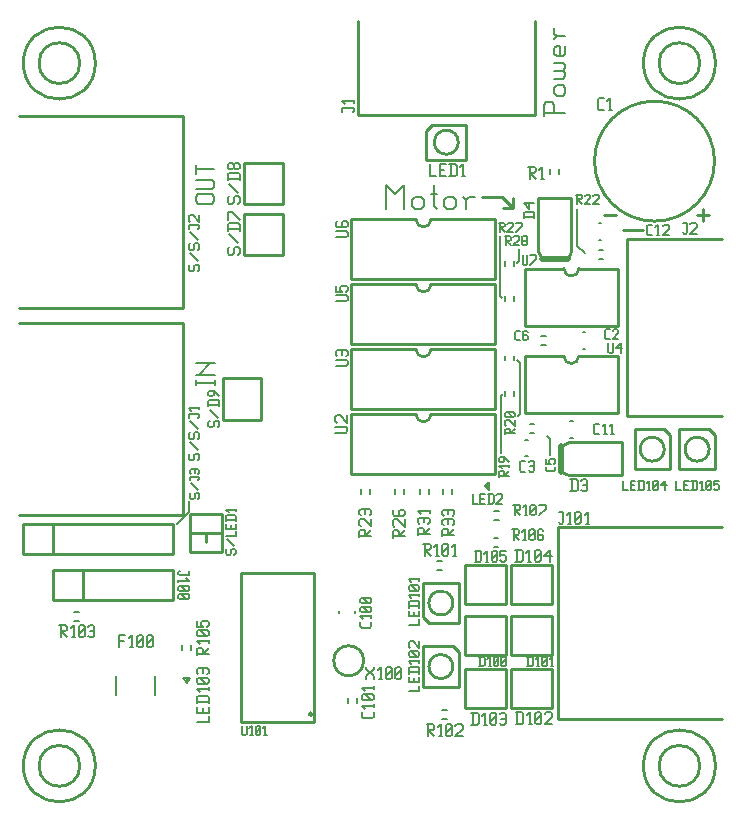
<source format=gbr>
G04 start of page 9 for group -4079 idx -4079 *
G04 Title: (unknown), topsilk *
G04 Creator: pcb 20110918 *
G04 CreationDate: Wed 12 Sep 2012 14:20:39 GMT UTC *
G04 For: rob *
G04 Format: Gerber/RS-274X *
G04 PCB-Dimensions: 236220 263780 *
G04 PCB-Coordinate-Origin: lower left *
%MOIN*%
%FSLAX25Y25*%
%LNTOPSILK*%
%ADD115C,0.0200*%
%ADD114C,0.0080*%
%ADD113C,0.0082*%
%ADD112C,0.0100*%
%ADD111C,0.0079*%
G54D111*X187401Y188192D02*X189961Y185632D01*
X187401Y200396D02*Y188192D01*
X178150Y123820D02*X177362Y124607D01*
G54D112*X209252Y193506D02*X202559D01*
G54D111*X161811Y171262D02*X162205Y170868D01*
X167913Y183072D02*X167323Y182482D01*
X161811Y191340D02*Y171262D01*
X167913Y187207D02*Y183072D01*
G54D112*X155624Y204392D02*X162288D01*
X166012Y200668D01*
Y204196D01*
Y200668D02*X162484D01*
G54D111*X57874Y102955D02*Y99412D01*
X167520Y131301D02*X168307Y132088D01*
Y149018D01*
X167323Y150002D01*
X162008Y118898D02*Y137994D01*
X162598Y138584D01*
X178150Y118309D02*Y123822D01*
X57874Y99412D02*X53937Y95475D01*
X60972Y202167D02*X65592D01*
X60972D02*X60202Y202937D01*
Y204477D02*Y202937D01*
Y204477D02*X60972Y205247D01*
X65592D01*
X66362Y204477D02*X65592Y205247D01*
X66362Y204477D02*Y202937D01*
X65592Y202167D02*X66362Y202937D01*
X60202Y207095D02*X65592D01*
X66362Y207865D01*
Y209405D02*Y207865D01*
Y209405D02*X65592Y210175D01*
X60202D02*X65592D01*
X60202Y215103D02*Y212023D01*
Y213563D02*X66362D01*
X60399Y143275D02*Y141735D01*
Y142505D02*X66559D01*
Y143275D02*Y141735D01*
X60399Y145123D02*X66559D01*
X60399D02*X61169D01*
X65019Y148973D01*
X60399D02*X66559D01*
X176230Y232335D02*X183390D01*
X176230Y235020D02*Y231440D01*
Y235020D02*X177125Y235915D01*
X178915D01*
X179810Y235020D02*X178915Y235915D01*
X179810Y235020D02*Y232335D01*
X180705Y238063D02*X182495D01*
X180705D02*X179810Y238958D01*
Y240748D02*Y238958D01*
Y240748D02*X180705Y241643D01*
X182495D01*
X183390Y240748D02*X182495Y241643D01*
X183390Y240748D02*Y238958D01*
X182495Y238063D02*X183390Y238958D01*
X179810Y243791D02*X182495D01*
X183390Y244686D01*
Y245581D02*Y244686D01*
Y245581D02*X182495Y246476D01*
X179810D02*X182495D01*
X183390Y247371D01*
Y248266D02*Y247371D01*
Y248266D02*X182495Y249161D01*
X179810D02*X182495D01*
X183390Y254889D02*Y252204D01*
X182495Y251309D02*X183390Y252204D01*
X180705Y251309D02*X182495D01*
X180705D02*X179810Y252204D01*
Y253994D02*Y252204D01*
Y253994D02*X180705Y254889D01*
X181600D02*Y251309D01*
X180705Y254889D02*X181600D01*
X180705Y257932D02*X183390D01*
X180705D02*X179810Y258827D01*
Y260617D02*Y258827D01*
Y257037D02*X180705Y257932D01*
G54D113*X123676Y208428D02*Y200268D01*
Y208428D02*X126736Y205368D01*
X129796Y208428D01*
Y200268D01*
X132244Y203328D02*Y201288D01*
Y203328D02*X133264Y204348D01*
X135304D01*
X136324Y203328D01*
Y201288D01*
X135304Y200268D02*X136324Y201288D01*
X133264Y200268D02*X135304D01*
X132244Y201288D02*X133264Y200268D01*
X139792Y208428D02*Y201288D01*
X140812Y200268D01*
X138772Y205368D02*X140812D01*
X142852Y203328D02*Y201288D01*
Y203328D02*X143872Y204348D01*
X145912D01*
X146932Y203328D01*
Y201288D01*
X145912Y200268D02*X146932Y201288D01*
X143872Y200268D02*X145912D01*
X142852Y201288D02*X143872Y200268D01*
X150400Y203328D02*Y200268D01*
Y203328D02*X151420Y204348D01*
X153460D01*
X149380D02*X150400Y203328D01*
G54D114*X185040Y129725D02*X185826D01*
X185040Y124215D02*X185826D01*
G54D115*X182025Y121428D02*Y112828D01*
G54D112*X184625Y111628D01*
X202225D01*
Y122628D01*
X184625D01*
X182025Y121428D01*
X112137Y153624D02*Y133624D01*
X160137D01*
Y153624D01*
X112137D02*X133637D01*
X160137D02*X138637D01*
X133637D02*G75*G03X138637Y153624I2500J0D01*G01*
X112137Y175277D02*Y155277D01*
X160137D01*
Y175277D01*
X112137D02*X133637D01*
X160137D02*X138637D01*
X133637D02*G75*G03X138637Y175277I2500J0D01*G01*
X160137Y131970D02*X138637D01*
X112137D02*X133637D01*
X160137Y111970D02*Y131970D01*
X112137Y111970D02*X160137D01*
X112137Y131970D02*Y111970D01*
X133637Y131970D02*G75*G03X138637Y131970I2500J0D01*G01*
G54D111*X115224Y106926D02*Y105352D01*
X118240Y106926D02*Y105352D01*
X126642Y106926D02*Y105352D01*
X129658Y106926D02*Y105352D01*
X134909Y106927D02*Y105353D01*
X137925Y106927D02*Y105353D01*
X142783Y106926D02*Y105352D01*
X145799Y106926D02*Y105352D01*
X156532Y108072D02*X158106D01*
X156532D02*X158106Y109253D01*
X156532Y108072D02*X158106Y106891D01*
Y109253D02*Y106891D01*
G54D114*X194489Y195670D02*X195275D01*
X194489Y190160D02*X195275D01*
G54D115*X175621Y183799D02*X184221D01*
G54D112*X185421Y186399D01*
Y203999D02*Y186399D01*
X174421Y203999D02*X185421D01*
X174421D02*Y186399D01*
X175621Y183799D01*
G54D111*X163453Y171226D02*Y169652D01*
X166469Y171226D02*Y169652D01*
X163453Y183037D02*Y181463D01*
X166469Y183037D02*Y181463D01*
X163453Y139729D02*Y138155D01*
X166469Y139729D02*Y138155D01*
X163453Y151541D02*Y149967D01*
X166469Y151541D02*Y149967D01*
X171493Y128871D02*X173067D01*
X171493Y125855D02*X173067D01*
G54D114*X170080Y117915D02*X170866D01*
X170080Y123425D02*X170866D01*
X189174Y159252D02*X189960D01*
X189174Y153742D02*X189960D01*
G54D112*X221462Y127013D02*X231262D01*
X221462D02*Y113633D01*
X233262D01*
Y125013D02*Y113633D01*
X231262Y127013D02*X233262Y125013D01*
X227362Y124323D02*G75*G03X227362Y124323I0J-4000D01*G01*
X204131Y190512D02*X235627D01*
X204131Y131456D02*X235627D01*
X204131Y190512D02*Y131456D01*
X206501Y127013D02*X216301D01*
X206501D02*Y113633D01*
X218301D01*
Y125013D02*Y113633D01*
X216301Y127013D02*X218301Y125013D01*
X212401Y124323D02*G75*G03X212401Y124323I0J-4000D01*G01*
G54D111*X194524Y186746D02*X196098D01*
X194524Y183730D02*X196098D01*
G54D112*X196150Y198340D02*X200150D01*
X229150Y200340D02*Y196340D01*
X227150Y198340D02*X231150D01*
X233150Y216340D02*G75*G03X233150Y216340I-20000J0D01*G01*
X214657Y249016D02*G75*G03X214657Y249016I6800J0D01*G01*
X209457Y249016D02*G75*G03X209457Y249016I12000J0D01*G01*
X169919Y151411D02*Y132411D01*
X200919D01*
Y151411D01*
X169919D02*X182919D01*
X200919D02*X187919D01*
X182919D02*G75*G03X187919Y151411I2500J0D01*G01*
X169919Y180545D02*Y161545D01*
X200919D01*
Y180545D01*
X169919D02*X182919D01*
X200919D02*X187919D01*
X182919D02*G75*G03X187919Y180545I2500J0D01*G01*
G54D111*X175430Y154990D02*X177004D01*
X175430Y158006D02*X177004D01*
X178415Y213618D02*Y212044D01*
X181431Y213618D02*Y212044D01*
X46515Y44675D02*Y38249D01*
X33799Y44675D02*Y38249D01*
X57283Y44060D02*Y42486D01*
X56102Y44060D01*
X57283Y42486D02*X58464Y44060D01*
X56102D02*X58464D01*
X58791Y54958D02*Y53384D01*
X55775Y54958D02*Y53384D01*
G54D112*X12717Y80002D02*X22717D01*
Y70002D01*
X12717Y80002D02*Y70002D01*
Y80002D02*X52717D01*
Y70002D01*
X12717D02*X52717D01*
G54D111*X19721Y63060D02*X21295D01*
X19721Y66076D02*X21295D01*
G54D112*X63780Y92328D02*Y89328D01*
X58480Y92328D02*X69080D01*
Y98628D02*Y86028D01*
X58480D02*X69080D01*
X58480Y98628D02*Y86028D01*
Y98628D02*X69080D01*
X2797Y95356D02*X12797D01*
Y85356D01*
X2797Y95356D02*Y85356D01*
Y95356D02*X52797D01*
Y85356D01*
X2797D02*X52797D01*
X7964Y14764D02*G75*G03X7964Y14764I6800J0D01*G01*
X2764D02*G75*G03X2764Y14764I12000J0D01*G01*
X180865Y94227D02*X235640D01*
X180865D02*Y30227D01*
X235640D01*
X214657Y14764D02*G75*G03X214657Y14764I6800J0D01*G01*
X209457D02*G75*G03X209457Y14764I12000J0D01*G01*
X138029Y62361D02*X147829D01*
Y75741D02*Y62361D01*
X136029Y75741D02*X147829D01*
X136029D02*Y64361D01*
X138029Y62361D02*X136029Y64361D01*
X141929Y65051D02*G75*G03X141929Y65051I0J4000D01*G01*
X136029Y54572D02*X145829D01*
X136029D02*Y41192D01*
X147829D01*
Y52572D02*Y41192D01*
X145829Y54572D02*X147829Y52572D01*
X141929Y51882D02*G75*G03X141929Y51882I0J-4000D01*G01*
X149827Y81562D02*Y68762D01*
Y81562D02*X163727D01*
Y68762D01*
X149827D02*X163727D01*
G54D111*X159485Y90880D02*X161059D01*
X159485Y87864D02*X161059D01*
X159682Y99739D02*X161256D01*
X159682Y96723D02*X161256D01*
G54D112*X179110Y46990D02*Y34190D01*
X165210D02*X179110D01*
X165210Y46990D02*Y34190D01*
Y46990D02*X179110D01*
Y81562D02*Y68762D01*
X165210D02*X179110D01*
X165210Y81562D02*Y68762D01*
Y81562D02*X179110D01*
X149827Y46990D02*Y34190D01*
Y46990D02*X163727D01*
Y34190D01*
X149827D02*X163727D01*
X149827Y64633D02*Y51833D01*
Y64633D02*X163727D01*
Y51833D01*
X149827D02*X163727D01*
X179110Y64633D02*Y51833D01*
X165210D02*X179110D01*
X165210Y64633D02*Y51833D01*
Y64633D02*X179110D01*
X75393Y29531D02*X99803D01*
Y79137D02*Y29531D01*
X75393Y79137D02*X99803D01*
X75393D02*Y29531D01*
X99192Y32011D02*G75*G03X99192Y32011I-610J0D01*G01*
G54D114*X113385Y65751D02*Y66537D01*
X107875Y65751D02*Y66537D01*
G54D111*X140784Y83203D02*X142358D01*
X140784Y80187D02*X142358D01*
G54D112*X106219Y49805D02*G75*G03X106219Y49805I5000J0D01*G01*
G54D111*X110894Y37242D02*Y35668D01*
X113910Y37242D02*Y35668D01*
X142359Y33400D02*X143933D01*
X142359Y30384D02*X143933D01*
G54D112*X137056Y226538D02*Y216738D01*
X150436D01*
Y228538D02*Y216738D01*
X139056Y228538D02*X150436D01*
X137056Y226538D02*X139056Y228538D01*
X139746Y222638D02*G75*G03X139746Y222638I4000J0D01*G01*
X112137Y196931D02*Y176931D01*
X160137D01*
Y196931D01*
X112137D02*X133637D01*
X160137D02*X138637D01*
X133637D02*G75*G03X138637Y196931I2500J0D01*G01*
X114370Y263189D02*Y231693D01*
X173426Y263189D02*Y231693D01*
X114370D02*X173426D01*
X89274Y215826D02*Y201926D01*
X76474Y215826D02*X89274D01*
X76474D02*Y201926D01*
X89274D01*
X82027Y144044D02*Y130144D01*
X69227Y144044D02*X82027D01*
X69227D02*Y130144D01*
X82027D01*
X1367Y162455D02*X56142D01*
Y98455D02*Y162455D01*
X1367Y98455D02*X56142D01*
X76474Y198865D02*Y184965D01*
X89274D01*
Y198865D01*
X76474D01*
X1367Y231352D02*X56142D01*
Y167352D02*Y231352D01*
X1367Y167352D02*X56142D01*
X7964Y249016D02*G75*G03X7964Y249016I6800J0D01*G01*
X2764Y249016D02*G75*G03X2764Y249016I12000J0D01*G01*
G54D111*X34768Y58254D02*Y54254D01*
Y58254D02*X36768D01*
X34768Y56254D02*X36268D01*
X38468Y54254D02*X39468D01*
X38968Y58254D02*Y54254D01*
X37968Y57254D02*X38968Y58254D01*
X40668Y54754D02*X41168Y54254D01*
X40668Y57754D02*Y54754D01*
Y57754D02*X41168Y58254D01*
X42168D01*
X42668Y57754D01*
Y54754D01*
X42168Y54254D02*X42668Y54754D01*
X41168Y54254D02*X42168D01*
X40668Y55254D02*X42668Y57254D01*
X43868Y54754D02*X44368Y54254D01*
X43868Y57754D02*Y54754D01*
Y57754D02*X44368Y58254D01*
X45368D01*
X45868Y57754D01*
Y54754D01*
X45368Y54254D02*X45868Y54754D01*
X44368Y54254D02*X45368D01*
X43868Y55254D02*X45868Y57254D01*
X154942Y51089D02*Y47969D01*
X156112Y51089D02*X156502Y50699D01*
Y48359D01*
X156112Y47969D02*X156502Y48359D01*
X154552Y47969D02*X156112D01*
X154552Y51089D02*X156112D01*
X157828Y47969D02*X158608D01*
X158218Y51089D02*Y47969D01*
X157438Y50309D02*X158218Y51089D01*
X159544Y48359D02*X159934Y47969D01*
X159544Y50699D02*Y48359D01*
Y50699D02*X159934Y51089D01*
X160714D01*
X161104Y50699D01*
Y48359D01*
X160714Y47969D02*X161104Y48359D01*
X159934Y47969D02*X160714D01*
X159544Y48749D02*X161104Y50309D01*
X162040Y48359D02*X162430Y47969D01*
X162040Y50699D02*Y48359D01*
Y50699D02*X162430Y51089D01*
X163210D01*
X163600Y50699D01*
Y48359D01*
X163210Y47969D02*X163600Y48359D01*
X162430Y47969D02*X163210D01*
X162040Y48749D02*X163600Y50309D01*
X171083Y51162D02*Y48042D01*
X172253Y51162D02*X172643Y50772D01*
Y48432D01*
X172253Y48042D02*X172643Y48432D01*
X170693Y48042D02*X172253D01*
X170693Y51162D02*X172253D01*
X173969Y48042D02*X174749D01*
X174359Y51162D02*Y48042D01*
X173579Y50382D02*X174359Y51162D01*
X175685Y48432D02*X176075Y48042D01*
X175685Y50772D02*Y48432D01*
Y50772D02*X176075Y51162D01*
X176855D01*
X177245Y50772D01*
Y48432D01*
X176855Y48042D02*X177245Y48432D01*
X176075Y48042D02*X176855D01*
X175685Y48822D02*X177245Y50382D01*
X178571Y48042D02*X179351D01*
X178961Y51162D02*Y48042D01*
X178181Y50382D02*X178961Y51162D01*
X118622Y62609D02*Y61274D01*
X118177Y60829D02*X118622Y61274D01*
X115507Y60829D02*X118177D01*
X115507D02*X115062Y61274D01*
Y62609D02*Y61274D01*
X118622Y65012D02*Y64122D01*
X115062Y64567D02*X118622D01*
X115952Y63677D02*X115062Y64567D01*
X118177Y66080D02*X118622Y66525D01*
X115507Y66080D02*X118177D01*
X115507D02*X115062Y66525D01*
Y67415D02*Y66525D01*
Y67415D02*X115507Y67860D01*
X118177D01*
X118622Y67415D02*X118177Y67860D01*
X118622Y67415D02*Y66525D01*
X117732Y66080D02*X115952Y67860D01*
X118177Y68928D02*X118622Y69373D01*
X115507Y68928D02*X118177D01*
X115507D02*X115062Y69373D01*
Y70263D02*Y69373D01*
Y70263D02*X115507Y70708D01*
X118177D01*
X118622Y70263D02*X118177Y70708D01*
X118622Y70263D02*Y69373D01*
X117732Y68928D02*X115952Y70708D01*
X153618Y86412D02*Y82852D01*
X154953Y86412D02*X155398Y85967D01*
Y83297D01*
X154953Y82852D02*X155398Y83297D01*
X153173Y82852D02*X154953D01*
X153173Y86412D02*X154953D01*
X156911Y82852D02*X157801D01*
X157356Y86412D02*Y82852D01*
X156466Y85522D02*X157356Y86412D01*
X158869Y83297D02*X159314Y82852D01*
X158869Y85967D02*Y83297D01*
Y85967D02*X159314Y86412D01*
X160204D01*
X160649Y85967D01*
Y83297D01*
X160204Y82852D02*X160649Y83297D01*
X159314Y82852D02*X160204D01*
X158869Y83742D02*X160649Y85522D01*
X161717Y86412D02*X163497D01*
X161717D02*Y84632D01*
X162162Y85077D01*
X163052D01*
X163497Y84632D01*
Y83297D01*
X163052Y82852D02*X163497Y83297D01*
X162162Y82852D02*X163052D01*
X161717Y83297D02*X162162Y82852D01*
X220470Y109858D02*Y106738D01*
X222030D01*
X222966Y108298D02*X224136D01*
X222966Y106738D02*X224526D01*
X222966Y109858D02*Y106738D01*
Y109858D02*X224526D01*
X225852D02*Y106738D01*
X227022Y109858D02*X227412Y109468D01*
Y107128D01*
X227022Y106738D02*X227412Y107128D01*
X225462Y106738D02*X227022D01*
X225462Y109858D02*X227022D01*
X228738Y106738D02*X229518D01*
X229128Y109858D02*Y106738D01*
X228348Y109078D02*X229128Y109858D01*
X230454Y107128D02*X230844Y106738D01*
X230454Y109468D02*Y107128D01*
Y109468D02*X230844Y109858D01*
X231624D01*
X232014Y109468D01*
Y107128D01*
X231624Y106738D02*X232014Y107128D01*
X230844Y106738D02*X231624D01*
X230454Y107518D02*X232014Y109078D01*
X232950Y109858D02*X234510D01*
X232950D02*Y108298D01*
X233340Y108688D01*
X234120D01*
X234510Y108298D01*
Y107128D01*
X234120Y106738D02*X234510Y107128D01*
X233340Y106738D02*X234120D01*
X232950Y107128D02*X233340Y106738D01*
X202753Y109860D02*Y106740D01*
X204313D01*
X205249Y108300D02*X206419D01*
X205249Y106740D02*X206809D01*
X205249Y109860D02*Y106740D01*
Y109860D02*X206809D01*
X208135D02*Y106740D01*
X209305Y109860D02*X209695Y109470D01*
Y107130D01*
X209305Y106740D02*X209695Y107130D01*
X207745Y106740D02*X209305D01*
X207745Y109860D02*X209305D01*
X211021Y106740D02*X211801D01*
X211411Y109860D02*Y106740D01*
X210631Y109080D02*X211411Y109860D01*
X212737Y107130D02*X213127Y106740D01*
X212737Y109470D02*Y107130D01*
Y109470D02*X213127Y109860D01*
X213907D01*
X214297Y109470D01*
Y107130D01*
X213907Y106740D02*X214297Y107130D01*
X213127Y106740D02*X213907D01*
X212737Y107520D02*X214297Y109080D01*
X215233Y108300D02*X216793Y109860D01*
X215233Y108300D02*X217183D01*
X216793Y109860D02*Y106740D01*
X193437Y125276D02*X194772D01*
X192992Y125721D02*X193437Y125276D01*
X192992Y128391D02*Y125721D01*
Y128391D02*X193437Y128836D01*
X194772D01*
X196285Y125276D02*X197175D01*
X196730Y128836D02*Y125276D01*
X195840Y127946D02*X196730Y128836D01*
X198688Y125276D02*X199578D01*
X199133Y128836D02*Y125276D01*
X198243Y127946D02*X199133Y128836D01*
X185539Y110329D02*Y106329D01*
X187039Y110329D02*X187539Y109829D01*
Y106829D01*
X187039Y106329D02*X187539Y106829D01*
X185039Y106329D02*X187039D01*
X185039Y110329D02*X187039D01*
X188739Y109829D02*X189239Y110329D01*
X190239D01*
X190739Y109829D01*
Y106829D01*
X190239Y106329D02*X190739Y106829D01*
X189239Y106329D02*X190239D01*
X188739Y106829D02*X189239Y106329D01*
Y108329D02*X190739D01*
X181222Y99553D02*X182722D01*
Y96053D01*
X182222Y95553D02*X182722Y96053D01*
X181722Y95553D02*X182222D01*
X181222Y96053D02*X181722Y95553D01*
X184422D02*X185422D01*
X184922Y99553D02*Y95553D01*
X183922Y98553D02*X184922Y99553D01*
X186622Y96053D02*X187122Y95553D01*
X186622Y99053D02*Y96053D01*
Y99053D02*X187122Y99553D01*
X188122D01*
X188622Y99053D01*
Y96053D01*
X188122Y95553D02*X188622Y96053D01*
X187122Y95553D02*X188122D01*
X186622Y96553D02*X188622Y98553D01*
X190322Y95553D02*X191322D01*
X190822Y99553D02*Y95553D01*
X189822Y98553D02*X190822Y99553D01*
X161409Y112620D02*Y111060D01*
Y112620D02*X161799Y113010D01*
X162579D01*
X162969Y112620D02*X162579Y113010D01*
X162969Y112620D02*Y111450D01*
X161409D02*X164529D01*
X162969D02*X164529Y113010D01*
Y115116D02*Y114336D01*
X161409Y114726D02*X164529D01*
X162189Y113946D02*X161409Y114726D01*
X164529Y116052D02*X162969Y117612D01*
X161799D02*X162969D01*
X161409Y117222D02*X161799Y117612D01*
X161409Y117222D02*Y116442D01*
X161799Y116052D02*X161409Y116442D01*
X161799Y116052D02*X162579D01*
X162969Y116442D01*
Y117612D02*Y116442D01*
X180078Y114517D02*Y113347D01*
X179688Y112957D02*X180078Y113347D01*
X177348Y112957D02*X179688D01*
X177348D02*X176958Y113347D01*
Y114517D02*Y113347D01*
Y117013D02*Y115453D01*
X178518D01*
X178128Y115843D01*
Y116623D02*Y115843D01*
Y116623D02*X178518Y117013D01*
X179688D01*
X180078Y116623D02*X179688Y117013D01*
X180078Y116623D02*Y115843D01*
X179688Y115453D02*X180078Y115843D01*
X168755Y112875D02*X170090D01*
X168310Y113320D02*X168755Y112875D01*
X168310Y115990D02*Y113320D01*
Y115990D02*X168755Y116435D01*
X170090D01*
X171158Y115990D02*X171603Y116435D01*
X172493D01*
X172938Y115990D01*
Y113320D01*
X172493Y112875D02*X172938Y113320D01*
X171603Y112875D02*X172493D01*
X171158Y113320D02*X171603Y112875D01*
Y114655D02*X172938D01*
X131199Y61828D02*X134759D01*
Y63608D02*Y61828D01*
X132979Y66011D02*Y64676D01*
X134759Y66456D02*Y64676D01*
X131199D02*X134759D01*
X131199Y66456D02*Y64676D01*
Y67969D02*X134759D01*
X131199Y69304D02*X131644Y69749D01*
X134314D01*
X134759Y69304D02*X134314Y69749D01*
X134759Y69304D02*Y67524D01*
X131199Y69304D02*Y67524D01*
X134759Y72152D02*Y71262D01*
X131199Y71707D02*X134759D01*
X132089Y70817D02*X131199Y71707D01*
X134314Y73220D02*X134759Y73665D01*
X131644Y73220D02*X134314D01*
X131644D02*X131199Y73665D01*
Y74555D02*Y73665D01*
Y74555D02*X131644Y75000D01*
X134314D01*
X134759Y74555D02*X134314Y75000D01*
X134759Y74555D02*Y73665D01*
X133869Y73220D02*X132089Y75000D01*
X134759Y77403D02*Y76513D01*
X131199Y76958D02*X134759D01*
X132089Y76068D02*X131199Y76958D01*
X131214Y39766D02*X134774D01*
Y41546D02*Y39766D01*
X132994Y43949D02*Y42614D01*
X134774Y44394D02*Y42614D01*
X131214D02*X134774D01*
X131214Y44394D02*Y42614D01*
Y45907D02*X134774D01*
X131214Y47242D02*X131659Y47687D01*
X134329D01*
X134774Y47242D02*X134329Y47687D01*
X134774Y47242D02*Y45462D01*
X131214Y47242D02*Y45462D01*
X134774Y50090D02*Y49200D01*
X131214Y49645D02*X134774D01*
X132104Y48755D02*X131214Y49645D01*
X134329Y51158D02*X134774Y51603D01*
X131659Y51158D02*X134329D01*
X131659D02*X131214Y51603D01*
Y52493D02*Y51603D01*
Y52493D02*X131659Y52938D01*
X134329D01*
X134774Y52493D02*X134329Y52938D01*
X134774Y52493D02*Y51603D01*
X133884Y51158D02*X132104Y52938D01*
X131659Y54006D02*X131214Y54451D01*
Y55786D02*Y54451D01*
Y55786D02*X131659Y56231D01*
X132549D01*
X134774Y54006D02*X132549Y56231D01*
X134774D02*Y54006D01*
X167454Y32562D02*Y28562D01*
X168954Y32562D02*X169454Y32062D01*
Y29062D01*
X168954Y28562D02*X169454Y29062D01*
X166954Y28562D02*X168954D01*
X166954Y32562D02*X168954D01*
X171154Y28562D02*X172154D01*
X171654Y32562D02*Y28562D01*
X170654Y31562D02*X171654Y32562D01*
X173354Y29062D02*X173854Y28562D01*
X173354Y32062D02*Y29062D01*
Y32062D02*X173854Y32562D01*
X174854D01*
X175354Y32062D01*
Y29062D01*
X174854Y28562D02*X175354Y29062D01*
X173854Y28562D02*X174854D01*
X173354Y29562D02*X175354Y31562D01*
X176554Y32062D02*X177054Y32562D01*
X178554D01*
X179054Y32062D01*
Y31062D01*
X176554Y28562D02*X179054Y31062D01*
X176554Y28562D02*X179054D01*
X152492Y32440D02*Y28440D01*
X153992Y32440D02*X154492Y31940D01*
Y28940D01*
X153992Y28440D02*X154492Y28940D01*
X151992Y28440D02*X153992D01*
X151992Y32440D02*X153992D01*
X156192Y28440D02*X157192D01*
X156692Y32440D02*Y28440D01*
X155692Y31440D02*X156692Y32440D01*
X158392Y28940D02*X158892Y28440D01*
X158392Y31940D02*Y28940D01*
Y31940D02*X158892Y32440D01*
X159892D01*
X160392Y31940D01*
Y28940D01*
X159892Y28440D02*X160392Y28940D01*
X158892Y28440D02*X159892D01*
X158392Y29440D02*X160392Y31440D01*
X161592Y31940D02*X162092Y32440D01*
X163092D01*
X163592Y31940D01*
Y28940D01*
X163092Y28440D02*X163592Y28940D01*
X162092Y28440D02*X163092D01*
X161592Y28940D02*X162092Y28440D01*
Y30440D02*X163592D01*
X117127Y47624D02*Y47124D01*
X119627Y44624D01*
Y43624D01*
X117127Y44624D02*Y43624D01*
Y44624D02*X119627Y47124D01*
Y47624D02*Y47124D01*
X121327Y43624D02*X122327D01*
X121827Y47624D02*Y43624D01*
X120827Y46624D02*X121827Y47624D01*
X123527Y44124D02*X124027Y43624D01*
X123527Y47124D02*Y44124D01*
Y47124D02*X124027Y47624D01*
X125027D01*
X125527Y47124D01*
Y44124D01*
X125027Y43624D02*X125527Y44124D01*
X124027Y43624D02*X125027D01*
X123527Y44624D02*X125527Y46624D01*
X126727Y44124D02*X127227Y43624D01*
X126727Y47124D02*Y44124D01*
Y47124D02*X127227Y47624D01*
X128227D01*
X128727Y47124D01*
Y44124D01*
X128227Y43624D02*X128727Y44124D01*
X127227Y43624D02*X128227D01*
X126727Y44624D02*X128727Y46624D01*
X119568Y32673D02*Y31173D01*
X119068Y30673D02*X119568Y31173D01*
X116068Y30673D02*X119068D01*
X116068D02*X115568Y31173D01*
Y32673D02*Y31173D01*
X119568Y35373D02*Y34373D01*
X115568Y34873D02*X119568D01*
X116568Y33873D02*X115568Y34873D01*
X119068Y36573D02*X119568Y37073D01*
X116068Y36573D02*X119068D01*
X116068D02*X115568Y37073D01*
Y38073D02*Y37073D01*
Y38073D02*X116068Y38573D01*
X119068D01*
X119568Y38073D02*X119068Y38573D01*
X119568Y38073D02*Y37073D01*
X118568Y36573D02*X116568Y38573D01*
X119568Y41273D02*Y40273D01*
X115568Y40773D02*X119568D01*
X116568Y39773D02*X115568Y40773D01*
X137169Y28725D02*X139169D01*
X139669Y28225D01*
Y27225D01*
X139169Y26725D02*X139669Y27225D01*
X137669Y26725D02*X139169D01*
X137669Y28725D02*Y24725D01*
Y26725D02*X139669Y24725D01*
X141369D02*X142369D01*
X141869Y28725D02*Y24725D01*
X140869Y27725D02*X141869Y28725D01*
X143569Y25225D02*X144069Y24725D01*
X143569Y28225D02*Y25225D01*
Y28225D02*X144069Y28725D01*
X145069D01*
X145569Y28225D01*
Y25225D01*
X145069Y24725D02*X145569Y25225D01*
X144069Y24725D02*X145069D01*
X143569Y25725D02*X145569Y27725D01*
X146769Y28225D02*X147269Y28725D01*
X148769D01*
X149269Y28225D01*
Y27225D01*
X146769Y24725D02*X149269Y27225D01*
X146769Y24725D02*X149269D01*
X75590Y28159D02*Y25429D01*
X75980Y25039D01*
X76760D01*
X77150Y25429D01*
Y28159D02*Y25429D01*
X78476Y25039D02*X79256D01*
X78866Y28159D02*Y25039D01*
X78086Y27379D02*X78866Y28159D01*
X80192Y25429D02*X80582Y25039D01*
X80192Y27769D02*Y25429D01*
Y27769D02*X80582Y28159D01*
X81362D01*
X81752Y27769D01*
Y25429D01*
X81362Y25039D02*X81752Y25429D01*
X80582Y25039D02*X81362D01*
X80192Y25819D02*X81752Y27379D01*
X83078Y25039D02*X83858D01*
X83468Y28159D02*Y25039D01*
X82688Y27379D02*X83468Y28159D01*
X60645Y29297D02*X64645D01*
Y31297D02*Y29297D01*
X62645Y33997D02*Y32497D01*
X64645Y34497D02*Y32497D01*
X60645D02*X64645D01*
X60645Y34497D02*Y32497D01*
Y36197D02*X64645D01*
X60645Y37697D02*X61145Y38197D01*
X64145D01*
X64645Y37697D02*X64145Y38197D01*
X64645Y37697D02*Y35697D01*
X60645Y37697D02*Y35697D01*
X64645Y40897D02*Y39897D01*
X60645Y40397D02*X64645D01*
X61645Y39397D02*X60645Y40397D01*
X64145Y42097D02*X64645Y42597D01*
X61145Y42097D02*X64145D01*
X61145D02*X60645Y42597D01*
Y43597D02*Y42597D01*
Y43597D02*X61145Y44097D01*
X64145D01*
X64645Y43597D02*X64145Y44097D01*
X64645Y43597D02*Y42597D01*
X63645Y42097D02*X61645Y44097D01*
X61145Y45297D02*X60645Y45797D01*
Y46797D02*Y45797D01*
Y46797D02*X61145Y47297D01*
X64145D01*
X64645Y46797D02*X64145Y47297D01*
X64645Y46797D02*Y45797D01*
X64145Y45297D02*X64645Y45797D01*
X62645Y47297D02*Y45797D01*
X60646Y53612D02*Y51612D01*
Y53612D02*X61146Y54112D01*
X62146D01*
X62646Y53612D02*X62146Y54112D01*
X62646Y53612D02*Y52112D01*
X60646D02*X64646D01*
X62646D02*X64646Y54112D01*
Y56812D02*Y55812D01*
X60646Y56312D02*X64646D01*
X61646Y55312D02*X60646Y56312D01*
X64146Y58012D02*X64646Y58512D01*
X61146Y58012D02*X64146D01*
X61146D02*X60646Y58512D01*
Y59512D02*Y58512D01*
Y59512D02*X61146Y60012D01*
X64146D01*
X64646Y59512D02*X64146Y60012D01*
X64646Y59512D02*Y58512D01*
X63646Y58012D02*X61646Y60012D01*
X60646Y63212D02*Y61212D01*
X62646D01*
X62146Y61712D01*
Y62712D02*Y61712D01*
Y62712D02*X62646Y63212D01*
X64146D01*
X64646Y62712D02*X64146Y63212D01*
X64646Y62712D02*Y61712D01*
X64146Y61212D02*X64646Y61712D01*
X14799Y61599D02*X16799D01*
X17299Y61099D01*
Y60099D01*
X16799Y59599D02*X17299Y60099D01*
X15299Y59599D02*X16799D01*
X15299Y61599D02*Y57599D01*
Y59599D02*X17299Y57599D01*
X18999D02*X19999D01*
X19499Y61599D02*Y57599D01*
X18499Y60599D02*X19499Y61599D01*
X21199Y58099D02*X21699Y57599D01*
X21199Y61099D02*Y58099D01*
Y61099D02*X21699Y61599D01*
X22699D01*
X23199Y61099D01*
Y58099D01*
X22699Y57599D02*X23199Y58099D01*
X21699Y57599D02*X22699D01*
X21199Y58599D02*X23199Y60599D01*
X24399Y61099D02*X24899Y61599D01*
X25899D01*
X26399Y61099D01*
Y58099D01*
X25899Y57599D02*X26399Y58099D01*
X24899Y57599D02*X25899D01*
X24399Y58099D02*X24899Y57599D01*
Y59599D02*X26399D01*
X58025Y79687D02*Y78352D01*
X54910D02*X58025D01*
X54465Y78797D02*X54910Y78352D01*
X54465Y79242D02*Y78797D01*
X54910Y79687D02*X54465Y79242D01*
Y76839D02*Y75949D01*
Y76394D02*X58025D01*
X57135Y77284D02*X58025Y76394D01*
X54910Y74881D02*X54465Y74436D01*
X54910Y74881D02*X57580D01*
X58025Y74436D01*
Y73546D01*
X57580Y73101D01*
X54910D02*X57580D01*
X54465Y73546D02*X54910Y73101D01*
X54465Y74436D02*Y73546D01*
X55355Y74881D02*X57135Y73101D01*
X54910Y72033D02*X54465Y71588D01*
X54910Y72033D02*X57580D01*
X58025Y71588D01*
Y70698D01*
X57580Y70253D01*
X54910D02*X57580D01*
X54465Y70698D02*X54910Y70253D01*
X54465Y71588D02*Y70698D01*
X55355Y72033D02*X57135Y70253D01*
X70373Y86764D02*X70763Y87154D01*
X70373Y86764D02*Y85594D01*
X70763Y85204D02*X70373Y85594D01*
X70763Y85204D02*X71543D01*
X71933Y85594D01*
Y86764D02*Y85594D01*
Y86764D02*X72323Y87154D01*
X73103D01*
X73493Y86764D02*X73103Y87154D01*
X73493Y86764D02*Y85594D01*
X73103Y85204D02*X73493Y85594D01*
X73103Y88090D02*X70763Y90430D01*
X70373Y91366D02*X73493D01*
Y92926D02*Y91366D01*
X71933Y95032D02*Y93862D01*
X73493Y95422D02*Y93862D01*
X70373D02*X73493D01*
X70373Y95422D02*Y93862D01*
Y96748D02*X73493D01*
X70373Y97918D02*X70763Y98308D01*
X73103D01*
X73493Y97918D02*X73103Y98308D01*
X73493Y97918D02*Y96358D01*
X70373Y97918D02*Y96358D01*
X73493Y100414D02*Y99634D01*
X70373Y100024D02*X73493D01*
X71153Y99244D02*X70373Y100024D01*
X114707Y92982D02*Y90982D01*
Y92982D02*X115207Y93482D01*
X116207D01*
X116707Y92982D02*X116207Y93482D01*
X116707Y92982D02*Y91482D01*
X114707D02*X118707D01*
X116707D02*X118707Y93482D01*
X115207Y94682D02*X114707Y95182D01*
Y96682D02*Y95182D01*
Y96682D02*X115207Y97182D01*
X116207D01*
X118707Y94682D02*X116207Y97182D01*
X118707D02*Y94682D01*
X115207Y98382D02*X114707Y98882D01*
Y99882D02*Y98882D01*
Y99882D02*X115207Y100382D01*
X118207D01*
X118707Y99882D02*X118207Y100382D01*
X118707Y99882D02*Y98882D01*
X118207Y98382D02*X118707Y98882D01*
X116707Y100382D02*Y98882D01*
X125927Y92786D02*Y90786D01*
Y92786D02*X126427Y93286D01*
X127427D01*
X127927Y92786D02*X127427Y93286D01*
X127927Y92786D02*Y91286D01*
X125927D02*X129927D01*
X127927D02*X129927Y93286D01*
X126427Y94486D02*X125927Y94986D01*
Y96486D02*Y94986D01*
Y96486D02*X126427Y96986D01*
X127427D01*
X129927Y94486D02*X127427Y96986D01*
X129927D02*Y94486D01*
X125927Y99686D02*X126427Y100186D01*
X125927Y99686D02*Y98686D01*
X126427Y98186D02*X125927Y98686D01*
X126427Y98186D02*X129427D01*
X129927Y98686D01*
X127927Y99686D02*X128427Y100186D01*
X127927Y99686D02*Y98186D01*
X129927Y99686D02*Y98686D01*
Y99686D02*X129427Y100186D01*
X128427D02*X129427D01*
X167257Y86768D02*Y82768D01*
X168757Y86768D02*X169257Y86268D01*
Y83268D01*
X168757Y82768D02*X169257Y83268D01*
X166757Y82768D02*X168757D01*
X166757Y86768D02*X168757D01*
X170957Y82768D02*X171957D01*
X171457Y86768D02*Y82768D01*
X170457Y85768D02*X171457Y86768D01*
X173157Y83268D02*X173657Y82768D01*
X173157Y86268D02*Y83268D01*
Y86268D02*X173657Y86768D01*
X174657D01*
X175157Y86268D01*
Y83268D01*
X174657Y82768D02*X175157Y83268D01*
X173657Y82768D02*X174657D01*
X173157Y83768D02*X175157Y85768D01*
X176357Y84768D02*X178357Y86768D01*
X176357Y84768D02*X178857D01*
X178357Y86768D02*Y82768D01*
X165713Y93600D02*X167493D01*
X167938Y93155D01*
Y92265D01*
X167493Y91820D02*X167938Y92265D01*
X166158Y91820D02*X167493D01*
X166158Y93600D02*Y90040D01*
Y91820D02*X167938Y90040D01*
X169451D02*X170341D01*
X169896Y93600D02*Y90040D01*
X169006Y92710D02*X169896Y93600D01*
X171409Y90485D02*X171854Y90040D01*
X171409Y93155D02*Y90485D01*
Y93155D02*X171854Y93600D01*
X172744D01*
X173189Y93155D01*
Y90485D01*
X172744Y90040D02*X173189Y90485D01*
X171854Y90040D02*X172744D01*
X171409Y90930D02*X173189Y92710D01*
X175592Y93600D02*X176037Y93155D01*
X174702Y93600D02*X175592D01*
X174257Y93155D02*X174702Y93600D01*
X174257Y93155D02*Y90485D01*
X174702Y90040D01*
X175592Y91820D02*X176037Y91375D01*
X174257Y91820D02*X175592D01*
X174702Y90040D02*X175592D01*
X176037Y90485D01*
Y91375D02*Y90485D01*
X166104Y101867D02*X167884D01*
X168329Y101422D01*
Y100532D01*
X167884Y100087D02*X168329Y100532D01*
X166549Y100087D02*X167884D01*
X166549Y101867D02*Y98307D01*
Y100087D02*X168329Y98307D01*
X169842D02*X170732D01*
X170287Y101867D02*Y98307D01*
X169397Y100977D02*X170287Y101867D01*
X171800Y98752D02*X172245Y98307D01*
X171800Y101422D02*Y98752D01*
Y101422D02*X172245Y101867D01*
X173135D01*
X173580Y101422D01*
Y98752D01*
X173135Y98307D02*X173580Y98752D01*
X172245Y98307D02*X173135D01*
X171800Y99197D02*X173580Y100977D01*
X174648Y98307D02*X176873Y100532D01*
Y101867D02*Y100532D01*
X174648Y101867D02*X176873D01*
X134265Y93698D02*Y91698D01*
Y93698D02*X134765Y94198D01*
X135765D01*
X136265Y93698D02*X135765Y94198D01*
X136265Y93698D02*Y92198D01*
X134265D02*X138265D01*
X136265D02*X138265Y94198D01*
X134765Y95398D02*X134265Y95898D01*
Y96898D02*Y95898D01*
Y96898D02*X134765Y97398D01*
X137765D01*
X138265Y96898D02*X137765Y97398D01*
X138265Y96898D02*Y95898D01*
X137765Y95398D02*X138265Y95898D01*
X136265Y97398D02*Y95898D01*
X138265Y100098D02*Y99098D01*
X134265Y99598D02*X138265D01*
X135265Y98598D02*X134265Y99598D01*
X135987Y88767D02*X137987D01*
X138487Y88267D01*
Y87267D01*
X137987Y86767D02*X138487Y87267D01*
X136487Y86767D02*X137987D01*
X136487Y88767D02*Y84767D01*
Y86767D02*X138487Y84767D01*
X140187D02*X141187D01*
X140687Y88767D02*Y84767D01*
X139687Y87767D02*X140687Y88767D01*
X142387Y85267D02*X142887Y84767D01*
X142387Y88267D02*Y85267D01*
Y88267D02*X142887Y88767D01*
X143887D01*
X144387Y88267D01*
Y85267D01*
X143887Y84767D02*X144387Y85267D01*
X142887Y84767D02*X143887D01*
X142387Y85767D02*X144387Y87767D01*
X146087Y84767D02*X147087D01*
X146587Y88767D02*Y84767D01*
X145587Y87767D02*X146587Y88767D01*
X142342Y93302D02*Y91302D01*
Y93302D02*X142842Y93802D01*
X143842D01*
X144342Y93302D02*X143842Y93802D01*
X144342Y93302D02*Y91802D01*
X142342D02*X146342D01*
X144342D02*X146342Y93802D01*
X142842Y95002D02*X142342Y95502D01*
Y96502D02*Y95502D01*
Y96502D02*X142842Y97002D01*
X145842D01*
X146342Y96502D02*X145842Y97002D01*
X146342Y96502D02*Y95502D01*
X145842Y95002D02*X146342Y95502D01*
X144342Y97002D02*Y95502D01*
X142842Y98202D02*X142342Y98702D01*
Y99702D02*Y98702D01*
Y99702D02*X142842Y100202D01*
X145842D01*
X146342Y99702D02*X145842Y100202D01*
X146342Y99702D02*Y98702D01*
X145842Y98202D02*X146342Y98702D01*
X144342Y100202D02*Y98702D01*
X152595Y105323D02*Y102203D01*
X154155D01*
X155091Y103763D02*X156261D01*
X155091Y102203D02*X156651D01*
X155091Y105323D02*Y102203D01*
Y105323D02*X156651D01*
X157977D02*Y102203D01*
X159147Y105323D02*X159537Y104933D01*
Y102593D01*
X159147Y102203D02*X159537Y102593D01*
X157587Y102203D02*X159147D01*
X157587Y105323D02*X159147D01*
X160473Y104933D02*X160863Y105323D01*
X162033D01*
X162423Y104933D01*
Y104153D01*
X160473Y102203D02*X162423Y104153D01*
X160473Y102203D02*X162423D01*
X106889Y148116D02*X110389D01*
X110889Y148616D01*
Y149616D02*Y148616D01*
Y149616D02*X110389Y150116D01*
X106889D02*X110389D01*
X107389Y151316D02*X106889Y151816D01*
Y152816D02*Y151816D01*
Y152816D02*X107389Y153316D01*
X110389D01*
X110889Y152816D02*X110389Y153316D01*
X110889Y152816D02*Y151816D01*
X110389Y151316D02*X110889Y151816D01*
X108889Y153316D02*Y151816D01*
X106889Y191028D02*X110389D01*
X110889Y191528D01*
Y192528D02*Y191528D01*
Y192528D02*X110389Y193028D01*
X106889D02*X110389D01*
X106889Y195728D02*X107389Y196228D01*
X106889Y195728D02*Y194728D01*
X107389Y194228D02*X106889Y194728D01*
X107389Y194228D02*X110389D01*
X110889Y194728D01*
X108889Y195728D02*X109389Y196228D01*
X108889Y195728D02*Y194228D01*
X110889Y195728D02*Y194728D01*
Y195728D02*X110389Y196228D01*
X109389D02*X110389D01*
X106890Y169572D02*X110390D01*
X110890Y170072D01*
Y171072D02*Y170072D01*
Y171072D02*X110390Y171572D01*
X106890D02*X110390D01*
X106890Y174772D02*Y172772D01*
X108890D01*
X108390Y173272D01*
Y174272D02*Y173272D01*
Y174272D02*X108890Y174772D01*
X110390D01*
X110890Y174272D02*X110390Y174772D01*
X110890Y174272D02*Y173272D01*
X110390Y172772D02*X110890Y173272D01*
X109072Y234101D02*Y232601D01*
Y234101D02*X112572D01*
X113072Y233601D02*X112572Y234101D01*
X113072Y233601D02*Y233101D01*
X112572Y232601D02*X113072Y233101D01*
Y236801D02*Y235801D01*
X109072Y236301D02*X113072D01*
X110072Y235301D02*X109072Y236301D01*
X106693Y125872D02*X110193D01*
X110693Y126372D01*
Y127372D02*Y126372D01*
Y127372D02*X110193Y127872D01*
X106693D02*X110193D01*
X107193Y129072D02*X106693Y129572D01*
Y131072D02*Y129572D01*
Y131072D02*X107193Y131572D01*
X108193D01*
X110693Y129072D02*X108193Y131572D01*
X110693D02*Y129072D01*
X138296Y215342D02*Y211342D01*
X140296D01*
X141496Y213342D02*X142996D01*
X141496Y211342D02*X143496D01*
X141496Y215342D02*Y211342D01*
Y215342D02*X143496D01*
X145196D02*Y211342D01*
X146696Y215342D02*X147196Y214842D01*
Y211842D01*
X146696Y211342D02*X147196Y211842D01*
X144696Y211342D02*X146696D01*
X144696Y215342D02*X146696D01*
X148896Y211342D02*X149896D01*
X149396Y215342D02*Y211342D01*
X148396Y214342D02*X149396Y215342D01*
X211075Y191614D02*X212410D01*
X210630Y192059D02*X211075Y191614D01*
X210630Y194729D02*Y192059D01*
Y194729D02*X211075Y195174D01*
X212410D01*
X213923Y191614D02*X214813D01*
X214368Y195174D02*Y191614D01*
X213478Y194284D02*X214368Y195174D01*
X215881Y194729D02*X216326Y195174D01*
X217661D01*
X218106Y194729D01*
Y193839D01*
X215881Y191614D02*X218106Y193839D01*
X215881Y191614D02*X218106D01*
X222597Y195766D02*X223932D01*
Y192651D01*
X223487Y192206D02*X223932Y192651D01*
X223042Y192206D02*X223487D01*
X222597Y192651D02*X223042Y192206D01*
X225000Y195321D02*X225445Y195766D01*
X226780D01*
X227225Y195321D01*
Y194431D01*
X225000Y192206D02*X227225Y194431D01*
X225000Y192206D02*X227225D01*
X194751Y233308D02*X196251D01*
X194251Y233808D02*X194751Y233308D01*
X194251Y236808D02*Y233808D01*
Y236808D02*X194751Y237308D01*
X196251D01*
X197951Y233308D02*X198951D01*
X198451Y237308D02*Y233308D01*
X197451Y236308D02*X198451Y237308D01*
X186972Y205127D02*X188532D01*
X188922Y204737D01*
Y203957D01*
X188532Y203567D02*X188922Y203957D01*
X187362Y203567D02*X188532D01*
X187362Y205127D02*Y202007D01*
Y203567D02*X188922Y202007D01*
X189858Y204737D02*X190248Y205127D01*
X191418D01*
X191808Y204737D01*
Y203957D01*
X189858Y202007D02*X191808Y203957D01*
X189858Y202007D02*X191808D01*
X192744Y204737D02*X193134Y205127D01*
X194304D01*
X194694Y204737D01*
Y203957D01*
X192744Y202007D02*X194694Y203957D01*
X192744Y202007D02*X194694D01*
X197789Y155596D02*Y152866D01*
X198179Y152476D01*
X198959D01*
X199349Y152866D01*
Y155596D02*Y152866D01*
X200285Y154036D02*X201845Y155596D01*
X200285Y154036D02*X202235D01*
X201845Y155596D02*Y152476D01*
X197045Y157125D02*X198215D01*
X196655Y157515D02*X197045Y157125D01*
X196655Y159855D02*Y157515D01*
Y159855D02*X197045Y160245D01*
X198215D01*
X199151Y159855D02*X199541Y160245D01*
X200711D01*
X201101Y159855D01*
Y159075D01*
X199151Y157125D02*X201101Y159075D01*
X199151Y157125D02*X201101D01*
X64377Y129365D02*X64822Y129810D01*
X64377Y129365D02*Y128030D01*
X64822Y127585D02*X64377Y128030D01*
X64822Y127585D02*X65712D01*
X66157Y128030D01*
Y129365D02*Y128030D01*
Y129365D02*X66602Y129810D01*
X67492D01*
X67937Y129365D02*X67492Y129810D01*
X67937Y129365D02*Y128030D01*
X67492Y127585D02*X67937Y128030D01*
X67492Y130878D02*X64822Y133548D01*
X64377Y135061D02*X67937D01*
X64377Y136396D02*X64822Y136841D01*
X67492D01*
X67937Y136396D02*X67492Y136841D01*
X67937Y136396D02*Y134616D01*
X64377Y136396D02*Y134616D01*
X67937Y137909D02*X66157Y139689D01*
X64822D02*X66157D01*
X64377Y139244D02*X64822Y139689D01*
X64377Y139244D02*Y138354D01*
X64822Y137909D02*X64377Y138354D01*
X64822Y137909D02*X65712D01*
X66157Y138354D01*
Y139689D02*Y138354D01*
X57860Y118434D02*X58305Y118879D01*
X57860Y118434D02*Y117099D01*
X58305Y116654D02*X57860Y117099D01*
X58305Y116654D02*X59195D01*
X59640Y117099D01*
Y118434D02*Y117099D01*
Y118434D02*X60085Y118879D01*
X60975D01*
X61420Y118434D02*X60975Y118879D01*
X61420Y118434D02*Y117099D01*
X60975Y116654D02*X61420Y117099D01*
X60975Y119947D02*X58305Y122617D01*
X57860Y125465D02*X58305Y125910D01*
X57860Y125465D02*Y124130D01*
X58305Y123685D02*X57860Y124130D01*
X58305Y123685D02*X59195D01*
X59640Y124130D01*
Y125465D02*Y124130D01*
Y125465D02*X60085Y125910D01*
X60975D01*
X61420Y125465D02*X60975Y125910D01*
X61420Y125465D02*Y124130D01*
X60975Y123685D02*X61420Y124130D01*
X60975Y126978D02*X58305Y129648D01*
X57860Y132051D02*Y130716D01*
Y132051D02*X60975D01*
X61420Y131606D02*X60975Y132051D01*
X61420Y131606D02*Y131161D01*
X60975Y130716D02*X61420Y131161D01*
Y134454D02*Y133564D01*
X57860Y134009D02*X61420D01*
X58750Y133119D02*X57860Y134009D01*
X58284Y105343D02*X58674Y105733D01*
X58284Y105343D02*Y104173D01*
X58674Y103783D02*X58284Y104173D01*
X58674Y103783D02*X59454D01*
X59844Y104173D01*
Y105343D02*Y104173D01*
Y105343D02*X60234Y105733D01*
X61014D01*
X61404Y105343D02*X61014Y105733D01*
X61404Y105343D02*Y104173D01*
X61014Y103783D02*X61404Y104173D01*
X61014Y106669D02*X58674Y109009D01*
X58284Y111115D02*Y109945D01*
Y111115D02*X61014D01*
X61404Y110725D02*X61014Y111115D01*
X61404Y110725D02*Y110335D01*
X61014Y109945D02*X61404Y110335D01*
X58674Y112051D02*X58284Y112441D01*
Y113221D02*Y112441D01*
Y113221D02*X58674Y113611D01*
X61014D01*
X61404Y113221D02*X61014Y113611D01*
X61404Y113221D02*Y112441D01*
X61014Y112051D02*X61404Y112441D01*
X59844Y113611D02*Y112441D01*
X70946Y204123D02*X71446Y204623D01*
X70946Y204123D02*Y202623D01*
X71446Y202123D02*X70946Y202623D01*
X71446Y202123D02*X72446D01*
X72946Y202623D01*
Y204123D02*Y202623D01*
Y204123D02*X73446Y204623D01*
X74446D01*
X74946Y204123D02*X74446Y204623D01*
X74946Y204123D02*Y202623D01*
X74446Y202123D02*X74946Y202623D01*
X74446Y205823D02*X71446Y208823D01*
X70946Y210523D02*X74946D01*
X70946Y212023D02*X71446Y212523D01*
X74446D01*
X74946Y212023D02*X74446Y212523D01*
X74946Y212023D02*Y210023D01*
X70946Y212023D02*Y210023D01*
X74446Y213723D02*X74946Y214223D01*
X73446Y213723D02*X74446D01*
X73446D02*X72946Y214223D01*
Y215223D02*Y214223D01*
Y215223D02*X73446Y215723D01*
X74446D01*
X74946Y215223D02*X74446Y215723D01*
X74946Y215223D02*Y214223D01*
X72446Y213723D02*X72946Y214223D01*
X71446Y213723D02*X72446D01*
X71446D02*X70946Y214223D01*
Y215223D02*Y214223D01*
Y215223D02*X71446Y215723D01*
X72446D01*
X72946Y215223D02*X72446Y215723D01*
X57859Y181428D02*X58304Y181873D01*
X57859Y181428D02*Y180093D01*
X58304Y179648D02*X57859Y180093D01*
X58304Y179648D02*X59194D01*
X59639Y180093D01*
Y181428D02*Y180093D01*
Y181428D02*X60084Y181873D01*
X60974D01*
X61419Y181428D02*X60974Y181873D01*
X61419Y181428D02*Y180093D01*
X60974Y179648D02*X61419Y180093D01*
X60974Y182941D02*X58304Y185611D01*
X57859Y188459D02*X58304Y188904D01*
X57859Y188459D02*Y187124D01*
X58304Y186679D02*X57859Y187124D01*
X58304Y186679D02*X59194D01*
X59639Y187124D01*
Y188459D02*Y187124D01*
Y188459D02*X60084Y188904D01*
X60974D01*
X61419Y188459D02*X60974Y188904D01*
X61419Y188459D02*Y187124D01*
X60974Y186679D02*X61419Y187124D01*
X60974Y189972D02*X58304Y192642D01*
X57859Y195045D02*Y193710D01*
Y195045D02*X60974D01*
X61419Y194600D02*X60974Y195045D01*
X61419Y194600D02*Y194155D01*
X60974Y193710D02*X61419Y194155D01*
X58304Y196113D02*X57859Y196558D01*
Y197893D02*Y196558D01*
Y197893D02*X58304Y198338D01*
X59194D01*
X61419Y196113D02*X59194Y198338D01*
X61419D02*Y196113D01*
X70947Y187193D02*X71447Y187693D01*
X70947Y187193D02*Y185693D01*
X71447Y185193D02*X70947Y185693D01*
X71447Y185193D02*X72447D01*
X72947Y185693D01*
Y187193D02*Y185693D01*
Y187193D02*X73447Y187693D01*
X74447D01*
X74947Y187193D02*X74447Y187693D01*
X74947Y187193D02*Y185693D01*
X74447Y185193D02*X74947Y185693D01*
X74447Y188893D02*X71447Y191893D01*
X70947Y193593D02*X74947D01*
X70947Y195093D02*X71447Y195593D01*
X74447D01*
X74947Y195093D02*X74447Y195593D01*
X74947Y195093D02*Y193093D01*
X70947Y195093D02*Y193093D01*
X74947Y196793D02*X72447Y199293D01*
X70947D02*X72447D01*
X70947D02*Y196793D01*
X169499Y197690D02*X173059D01*
X169499Y199025D02*X169944Y199470D01*
X172614D01*
X173059Y199025D02*X172614Y199470D01*
X173059Y199025D02*Y197245D01*
X169499Y199025D02*Y197245D01*
X171279Y200538D02*X169499Y202318D01*
X171279Y202763D02*Y200538D01*
X169499Y202318D02*X173059D01*
X169246Y184926D02*Y182196D01*
X169636Y181806D01*
X170416D01*
X170806Y182196D01*
Y184926D02*Y182196D01*
X171742Y181806D02*X173692Y183756D01*
Y184926D02*Y183756D01*
X171742Y184926D02*X173692D01*
X161256Y195876D02*X162816D01*
X163206Y195486D01*
Y194706D01*
X162816Y194316D02*X163206Y194706D01*
X161646Y194316D02*X162816D01*
X161646Y195876D02*Y192756D01*
Y194316D02*X163206Y192756D01*
X164142Y195486D02*X164532Y195876D01*
X165702D01*
X166092Y195486D01*
Y194706D01*
X164142Y192756D02*X166092Y194706D01*
X164142Y192756D02*X166092D01*
X167028D02*X168978Y194706D01*
Y195876D02*Y194706D01*
X167028Y195876D02*X168978D01*
X163225Y191349D02*X164785D01*
X165175Y190959D01*
Y190179D01*
X164785Y189789D02*X165175Y190179D01*
X163615Y189789D02*X164785D01*
X163615Y191349D02*Y188229D01*
Y189789D02*X165175Y188229D01*
X166111Y190959D02*X166501Y191349D01*
X167671D01*
X168061Y190959D01*
Y190179D01*
X166111Y188229D02*X168061Y190179D01*
X166111Y188229D02*X168061D01*
X168997Y188619D02*X169387Y188229D01*
X168997Y189399D02*Y188619D01*
Y189399D02*X169387Y189789D01*
X170167D01*
X170557Y189399D01*
Y188619D01*
X170167Y188229D02*X170557Y188619D01*
X169387Y188229D02*X170167D01*
X168997Y190179D02*X169387Y189789D01*
X168997Y190959D02*Y190179D01*
Y190959D02*X169387Y191349D01*
X170167D01*
X170557Y190959D01*
Y190179D01*
X170167Y189789D02*X170557Y190179D01*
X163378Y126795D02*Y125235D01*
Y126795D02*X163768Y127185D01*
X164548D01*
X164938Y126795D02*X164548Y127185D01*
X164938Y126795D02*Y125625D01*
X163378D02*X166498D01*
X164938D02*X166498Y127185D01*
X163768Y128121D02*X163378Y128511D01*
Y129681D02*Y128511D01*
Y129681D02*X163768Y130071D01*
X164548D01*
X166498Y128121D02*X164548Y130071D01*
X166498D02*Y128121D01*
X166108Y131007D02*X166498Y131397D01*
X163768Y131007D02*X166108D01*
X163768D02*X163378Y131397D01*
Y132177D02*Y131397D01*
Y132177D02*X163768Y132567D01*
X166108D01*
X166498Y132177D02*X166108Y132567D01*
X166498Y132177D02*Y131397D01*
X165718Y131007D02*X164158Y132567D01*
X167158Y156732D02*X168328D01*
X166768Y157122D02*X167158Y156732D01*
X166768Y159462D02*Y157122D01*
Y159462D02*X167158Y159852D01*
X168328D01*
X170434D02*X170824Y159462D01*
X169654Y159852D02*X170434D01*
X169264Y159462D02*X169654Y159852D01*
X169264Y159462D02*Y157122D01*
X169654Y156732D01*
X170434Y158292D02*X170824Y157902D01*
X169264Y158292D02*X170434D01*
X169654Y156732D02*X170434D01*
X170824Y157122D01*
Y157902D02*Y157122D01*
X171028Y214554D02*X173028D01*
X173528Y214054D01*
Y213054D01*
X173028Y212554D02*X173528Y213054D01*
X171528Y212554D02*X173028D01*
X171528Y214554D02*Y210554D01*
Y212554D02*X173528Y210554D01*
X175228D02*X176228D01*
X175728Y214554D02*Y210554D01*
X174728Y213554D02*X175728Y214554D01*
M02*

</source>
